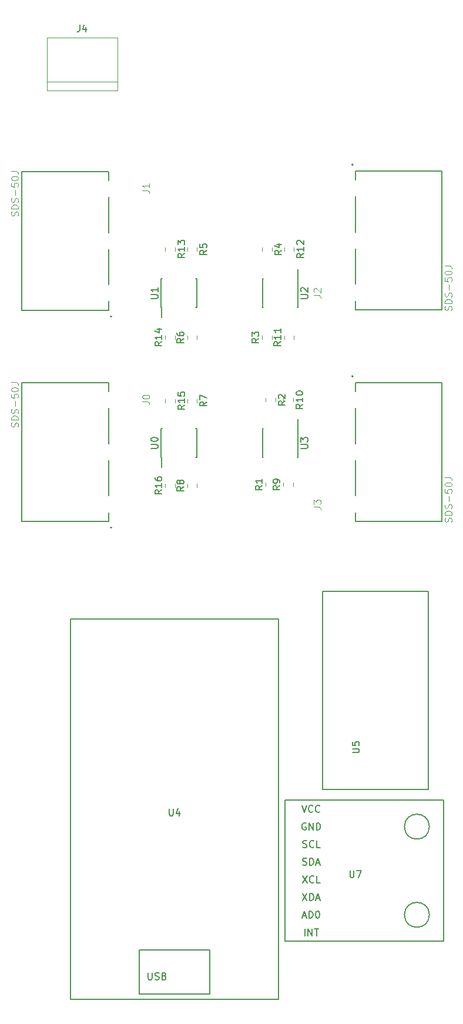
<source format=gbr>
G04 #@! TF.GenerationSoftware,KiCad,Pcbnew,5.0.0-fee4fd1~66~ubuntu18.04.1*
G04 #@! TF.CreationDate,2018-09-21T15:09:39+02:00*
G04 #@! TF.ProjectId,new-joy-board,6E65772D6A6F792D626F6172642E6B69,rev?*
G04 #@! TF.SameCoordinates,Original*
G04 #@! TF.FileFunction,Legend,Top*
G04 #@! TF.FilePolarity,Positive*
%FSLAX46Y46*%
G04 Gerber Fmt 4.6, Leading zero omitted, Abs format (unit mm)*
G04 Created by KiCad (PCBNEW 5.0.0-fee4fd1~66~ubuntu18.04.1) date Fri Sep 21 15:09:39 2018*
%MOMM*%
%LPD*%
G01*
G04 APERTURE LIST*
%ADD10C,0.127000*%
%ADD11C,0.200000*%
%ADD12C,0.150000*%
%ADD13C,0.120000*%
%ADD14C,0.050000*%
G04 APERTURE END LIST*
D10*
G04 #@! TO.C,J2*
X124460000Y-57625000D02*
X136960000Y-57625000D01*
X136960000Y-57625000D02*
X136960000Y-37625000D01*
X136960000Y-37625000D02*
X124460000Y-37625000D01*
D11*
X124160000Y-36725000D02*
G75*
G03X124160000Y-36725000I-100000J0D01*
G01*
D10*
X124460000Y-57625000D02*
X124460000Y-56325000D01*
X124460000Y-53925000D02*
X124460000Y-48825000D01*
X124460000Y-46425000D02*
X124460000Y-41325000D01*
X124460000Y-37625000D02*
X124460000Y-38925000D01*
D12*
G04 #@! TO.C,U4*
X93345000Y-149860000D02*
X93345000Y-156210000D01*
X93345000Y-156210000D02*
X103505000Y-156210000D01*
X103505000Y-156210000D02*
X103505000Y-149860000D01*
X103505000Y-149860000D02*
X93345000Y-149860000D01*
X83425000Y-102165000D02*
X113425000Y-102165000D01*
X83425000Y-156915000D02*
X113425000Y-156915000D01*
X83425000Y-102165000D02*
X83425000Y-156915000D01*
X113425000Y-102165000D02*
X113425000Y-156915000D01*
D10*
G04 #@! TO.C,J0*
X88900000Y-68105000D02*
X76400000Y-68105000D01*
X76400000Y-68105000D02*
X76400000Y-88105000D01*
X76400000Y-88105000D02*
X88900000Y-88105000D01*
D11*
X89400000Y-89005000D02*
G75*
G03X89400000Y-89005000I-100000J0D01*
G01*
D10*
X88900000Y-68105000D02*
X88900000Y-69405000D01*
X88900000Y-71805000D02*
X88900000Y-76905000D01*
X88900000Y-79305000D02*
X88900000Y-84405000D01*
X88900000Y-88105000D02*
X88900000Y-86805000D01*
G04 #@! TO.C,J1*
X88900000Y-57705000D02*
X88900000Y-56405000D01*
X88900000Y-48905000D02*
X88900000Y-54005000D01*
X88900000Y-41405000D02*
X88900000Y-46505000D01*
X88900000Y-37705000D02*
X88900000Y-39005000D01*
D11*
X89400000Y-58605000D02*
G75*
G03X89400000Y-58605000I-100000J0D01*
G01*
D10*
X76400000Y-57705000D02*
X88900000Y-57705000D01*
X76400000Y-37705000D02*
X76400000Y-57705000D01*
X88900000Y-37705000D02*
X76400000Y-37705000D01*
G04 #@! TO.C,J3*
X124460000Y-88105000D02*
X136960000Y-88105000D01*
X136960000Y-88105000D02*
X136960000Y-68105000D01*
X136960000Y-68105000D02*
X124460000Y-68105000D01*
D11*
X124160000Y-67205000D02*
G75*
G03X124160000Y-67205000I-100000J0D01*
G01*
D10*
X124460000Y-88105000D02*
X124460000Y-86805000D01*
X124460000Y-84405000D02*
X124460000Y-79305000D01*
X124460000Y-76905000D02*
X124460000Y-71805000D01*
X124460000Y-68105000D02*
X124460000Y-69405000D01*
D12*
G04 #@! TO.C,U7*
X135146051Y-144780000D02*
G75*
G03X135146051Y-144780000I-1796051J0D01*
G01*
X135146051Y-132080000D02*
G75*
G03X135146051Y-132080000I-1796051J0D01*
G01*
X137160000Y-128270000D02*
X114300000Y-128270000D01*
X137160000Y-148590000D02*
X137160000Y-128270000D01*
X114300000Y-148590000D02*
X137160000Y-148590000D01*
X114300000Y-128270000D02*
X114300000Y-148590000D01*
D13*
G04 #@! TO.C,J4*
X90170000Y-24765000D02*
X80010000Y-24765000D01*
X90170000Y-26035000D02*
X90170000Y-18415000D01*
X90170000Y-18415000D02*
X80010000Y-18415000D01*
X80010000Y-18415000D02*
X80010000Y-26035000D01*
X80010000Y-26035000D02*
X90170000Y-26035000D01*
D12*
G04 #@! TO.C,U0*
X96485000Y-78910000D02*
X96535000Y-78910000D01*
X96485000Y-74760000D02*
X96630000Y-74760000D01*
X101635000Y-74760000D02*
X101490000Y-74760000D01*
X101635000Y-78910000D02*
X101490000Y-78910000D01*
X96485000Y-78910000D02*
X96485000Y-74760000D01*
X101635000Y-78910000D02*
X101635000Y-74760000D01*
X96535000Y-78910000D02*
X96535000Y-80310000D01*
G04 #@! TO.C,U1*
X96535000Y-57320000D02*
X96535000Y-58720000D01*
X101635000Y-57320000D02*
X101635000Y-53170000D01*
X96485000Y-57320000D02*
X96485000Y-53170000D01*
X101635000Y-57320000D02*
X101490000Y-57320000D01*
X101635000Y-53170000D02*
X101490000Y-53170000D01*
X96485000Y-53170000D02*
X96630000Y-53170000D01*
X96485000Y-57320000D02*
X96535000Y-57320000D01*
G04 #@! TO.C,U2*
X116240000Y-53170000D02*
X116190000Y-53170000D01*
X116240000Y-57320000D02*
X116095000Y-57320000D01*
X111090000Y-57320000D02*
X111235000Y-57320000D01*
X111090000Y-53170000D02*
X111235000Y-53170000D01*
X116240000Y-53170000D02*
X116240000Y-57320000D01*
X111090000Y-53170000D02*
X111090000Y-57320000D01*
X116190000Y-53170000D02*
X116190000Y-51770000D01*
G04 #@! TO.C,U3*
X116190000Y-74760000D02*
X116190000Y-73360000D01*
X111090000Y-74760000D02*
X111090000Y-78910000D01*
X116240000Y-74760000D02*
X116240000Y-78910000D01*
X111090000Y-74760000D02*
X111235000Y-74760000D01*
X111090000Y-78910000D02*
X111235000Y-78910000D01*
X116240000Y-78910000D02*
X116095000Y-78910000D01*
X116240000Y-74760000D02*
X116190000Y-74760000D01*
D13*
G04 #@! TO.C,R1*
X112978000Y-83056252D02*
X112978000Y-82533748D01*
X111558000Y-83056252D02*
X111558000Y-82533748D01*
G04 #@! TO.C,R2*
X111558000Y-70359748D02*
X111558000Y-70882252D01*
X112978000Y-70359748D02*
X112978000Y-70882252D01*
G04 #@! TO.C,R3*
X112470000Y-61856252D02*
X112470000Y-61333748D01*
X111050000Y-61856252D02*
X111050000Y-61333748D01*
G04 #@! TO.C,R4*
X112470000Y-48633748D02*
X112470000Y-49156252D01*
X111050000Y-48633748D02*
X111050000Y-49156252D01*
G04 #@! TO.C,R5*
X100255000Y-48633748D02*
X100255000Y-49156252D01*
X101675000Y-48633748D02*
X101675000Y-49156252D01*
G04 #@! TO.C,R6*
X101675000Y-61856252D02*
X101675000Y-61333748D01*
X100255000Y-61856252D02*
X100255000Y-61333748D01*
G04 #@! TO.C,R7*
X101675000Y-70468748D02*
X101675000Y-70991252D01*
X100255000Y-70468748D02*
X100255000Y-70991252D01*
G04 #@! TO.C,R8*
X100255000Y-83201252D02*
X100255000Y-82678748D01*
X101675000Y-83201252D02*
X101675000Y-82678748D01*
G04 #@! TO.C,R9*
X115518000Y-83074252D02*
X115518000Y-82551748D01*
X114098000Y-83074252D02*
X114098000Y-82551748D01*
G04 #@! TO.C,R10*
X115518000Y-70350748D02*
X115518000Y-70873252D01*
X114098000Y-70350748D02*
X114098000Y-70873252D01*
G04 #@! TO.C,R11*
X114225000Y-61856252D02*
X114225000Y-61333748D01*
X115645000Y-61856252D02*
X115645000Y-61333748D01*
G04 #@! TO.C,R12*
X115645000Y-48633748D02*
X115645000Y-49156252D01*
X114225000Y-48633748D02*
X114225000Y-49156252D01*
G04 #@! TO.C,R13*
X98500000Y-48633748D02*
X98500000Y-49156252D01*
X97080000Y-48633748D02*
X97080000Y-49156252D01*
G04 #@! TO.C,R14*
X97080000Y-61856252D02*
X97080000Y-61333748D01*
X98500000Y-61856252D02*
X98500000Y-61333748D01*
G04 #@! TO.C,R15*
X97080000Y-70468748D02*
X97080000Y-70991252D01*
X98500000Y-70468748D02*
X98500000Y-70991252D01*
G04 #@! TO.C,R16*
X98500000Y-83201252D02*
X98500000Y-82678748D01*
X97080000Y-83201252D02*
X97080000Y-82678748D01*
D12*
G04 #@! TO.C,U5*
X119785000Y-126730000D02*
X134985000Y-126730000D01*
X134985000Y-126730000D02*
X134985000Y-98230000D01*
X134985000Y-98230000D02*
X119785000Y-98230000D01*
X119785000Y-98230000D02*
X119785000Y-126730000D01*
G04 #@! TO.C,J2*
D14*
X118472955Y-55524200D02*
X119187770Y-55524200D01*
X119330732Y-55571854D01*
X119426041Y-55667162D01*
X119473695Y-55810125D01*
X119473695Y-55905434D01*
X118568264Y-55095311D02*
X118520610Y-55047657D01*
X118472955Y-54952348D01*
X118472955Y-54714077D01*
X118520610Y-54618768D01*
X118568264Y-54571114D01*
X118663572Y-54523460D01*
X118758881Y-54523460D01*
X118901844Y-54571114D01*
X119473695Y-55142965D01*
X119473695Y-54523460D01*
X138324681Y-57689665D02*
X138372420Y-57546448D01*
X138372420Y-57307753D01*
X138324681Y-57212275D01*
X138276942Y-57164536D01*
X138181464Y-57116797D01*
X138085986Y-57116797D01*
X137990508Y-57164536D01*
X137942769Y-57212275D01*
X137895030Y-57307753D01*
X137847291Y-57498709D01*
X137799552Y-57594187D01*
X137751813Y-57641926D01*
X137656335Y-57689665D01*
X137560857Y-57689665D01*
X137465379Y-57641926D01*
X137417640Y-57594187D01*
X137369900Y-57498709D01*
X137369900Y-57260014D01*
X137417640Y-57116797D01*
X138372420Y-56687145D02*
X137369900Y-56687145D01*
X137369900Y-56448450D01*
X137417640Y-56305233D01*
X137513118Y-56209755D01*
X137608596Y-56162016D01*
X137799552Y-56114277D01*
X137942769Y-56114277D01*
X138133725Y-56162016D01*
X138229203Y-56209755D01*
X138324681Y-56305233D01*
X138372420Y-56448450D01*
X138372420Y-56687145D01*
X138324681Y-55732364D02*
X138372420Y-55589147D01*
X138372420Y-55350452D01*
X138324681Y-55254974D01*
X138276942Y-55207235D01*
X138181464Y-55159496D01*
X138085986Y-55159496D01*
X137990508Y-55207235D01*
X137942769Y-55254974D01*
X137895030Y-55350452D01*
X137847291Y-55541408D01*
X137799552Y-55636886D01*
X137751813Y-55684625D01*
X137656335Y-55732364D01*
X137560857Y-55732364D01*
X137465379Y-55684625D01*
X137417640Y-55636886D01*
X137369900Y-55541408D01*
X137369900Y-55302713D01*
X137417640Y-55159496D01*
X137990508Y-54729844D02*
X137990508Y-53966020D01*
X137369900Y-53011239D02*
X137369900Y-53488629D01*
X137847291Y-53536368D01*
X137799552Y-53488629D01*
X137751813Y-53393151D01*
X137751813Y-53154456D01*
X137799552Y-53058978D01*
X137847291Y-53011239D01*
X137942769Y-52963500D01*
X138181464Y-52963500D01*
X138276942Y-53011239D01*
X138324681Y-53058978D01*
X138372420Y-53154456D01*
X138372420Y-53393151D01*
X138324681Y-53488629D01*
X138276942Y-53536368D01*
X137369900Y-52342892D02*
X137369900Y-52247414D01*
X137417640Y-52151936D01*
X137465379Y-52104197D01*
X137560857Y-52056458D01*
X137751813Y-52008719D01*
X137990508Y-52008719D01*
X138181464Y-52056458D01*
X138276942Y-52104197D01*
X138324681Y-52151936D01*
X138372420Y-52247414D01*
X138372420Y-52342892D01*
X138324681Y-52438370D01*
X138276942Y-52486109D01*
X138181464Y-52533848D01*
X137990508Y-52581587D01*
X137751813Y-52581587D01*
X137560857Y-52533848D01*
X137465379Y-52486109D01*
X137417640Y-52438370D01*
X137369900Y-52342892D01*
X137369900Y-51292633D02*
X138085986Y-51292633D01*
X138229203Y-51340372D01*
X138324681Y-51435850D01*
X138372420Y-51579067D01*
X138372420Y-51674545D01*
G04 #@! TO.C,U4*
D12*
X97663095Y-129492380D02*
X97663095Y-130301904D01*
X97710714Y-130397142D01*
X97758333Y-130444761D01*
X97853571Y-130492380D01*
X98044047Y-130492380D01*
X98139285Y-130444761D01*
X98186904Y-130397142D01*
X98234523Y-130301904D01*
X98234523Y-129492380D01*
X99139285Y-129825714D02*
X99139285Y-130492380D01*
X98901190Y-129444761D02*
X98663095Y-130159047D01*
X99282142Y-130159047D01*
X94623095Y-153122380D02*
X94623095Y-153931904D01*
X94670714Y-154027142D01*
X94718333Y-154074761D01*
X94813571Y-154122380D01*
X95004047Y-154122380D01*
X95099285Y-154074761D01*
X95146904Y-154027142D01*
X95194523Y-153931904D01*
X95194523Y-153122380D01*
X95623095Y-154074761D02*
X95765952Y-154122380D01*
X96004047Y-154122380D01*
X96099285Y-154074761D01*
X96146904Y-154027142D01*
X96194523Y-153931904D01*
X96194523Y-153836666D01*
X96146904Y-153741428D01*
X96099285Y-153693809D01*
X96004047Y-153646190D01*
X95813571Y-153598571D01*
X95718333Y-153550952D01*
X95670714Y-153503333D01*
X95623095Y-153408095D01*
X95623095Y-153312857D01*
X95670714Y-153217619D01*
X95718333Y-153170000D01*
X95813571Y-153122380D01*
X96051666Y-153122380D01*
X96194523Y-153170000D01*
X96956428Y-153598571D02*
X97099285Y-153646190D01*
X97146904Y-153693809D01*
X97194523Y-153789047D01*
X97194523Y-153931904D01*
X97146904Y-154027142D01*
X97099285Y-154074761D01*
X97004047Y-154122380D01*
X96623095Y-154122380D01*
X96623095Y-153122380D01*
X96956428Y-153122380D01*
X97051666Y-153170000D01*
X97099285Y-153217619D01*
X97146904Y-153312857D01*
X97146904Y-153408095D01*
X97099285Y-153503333D01*
X97051666Y-153550952D01*
X96956428Y-153598571D01*
X96623095Y-153598571D01*
G04 #@! TO.C,J0*
D14*
X93790995Y-70872960D02*
X94505810Y-70872960D01*
X94648772Y-70920614D01*
X94744081Y-71015922D01*
X94791735Y-71158885D01*
X94791735Y-71254194D01*
X93790995Y-70205800D02*
X93790995Y-70110491D01*
X93838650Y-70015182D01*
X93886304Y-69967528D01*
X93981612Y-69919874D01*
X94172230Y-69872220D01*
X94410501Y-69872220D01*
X94601118Y-69919874D01*
X94696427Y-69967528D01*
X94744081Y-70015182D01*
X94791735Y-70110491D01*
X94791735Y-70205800D01*
X94744081Y-70301108D01*
X94696427Y-70348762D01*
X94601118Y-70396417D01*
X94410501Y-70444071D01*
X94172230Y-70444071D01*
X93981612Y-70396417D01*
X93886304Y-70348762D01*
X93838650Y-70301108D01*
X93790995Y-70205800D01*
X75846881Y-74485105D02*
X75894620Y-74341888D01*
X75894620Y-74103193D01*
X75846881Y-74007715D01*
X75799142Y-73959976D01*
X75703664Y-73912237D01*
X75608186Y-73912237D01*
X75512708Y-73959976D01*
X75464969Y-74007715D01*
X75417230Y-74103193D01*
X75369491Y-74294149D01*
X75321752Y-74389627D01*
X75274013Y-74437366D01*
X75178535Y-74485105D01*
X75083057Y-74485105D01*
X74987579Y-74437366D01*
X74939840Y-74389627D01*
X74892100Y-74294149D01*
X74892100Y-74055454D01*
X74939840Y-73912237D01*
X75894620Y-73482585D02*
X74892100Y-73482585D01*
X74892100Y-73243890D01*
X74939840Y-73100673D01*
X75035318Y-73005195D01*
X75130796Y-72957456D01*
X75321752Y-72909717D01*
X75464969Y-72909717D01*
X75655925Y-72957456D01*
X75751403Y-73005195D01*
X75846881Y-73100673D01*
X75894620Y-73243890D01*
X75894620Y-73482585D01*
X75846881Y-72527804D02*
X75894620Y-72384587D01*
X75894620Y-72145892D01*
X75846881Y-72050414D01*
X75799142Y-72002675D01*
X75703664Y-71954936D01*
X75608186Y-71954936D01*
X75512708Y-72002675D01*
X75464969Y-72050414D01*
X75417230Y-72145892D01*
X75369491Y-72336848D01*
X75321752Y-72432326D01*
X75274013Y-72480065D01*
X75178535Y-72527804D01*
X75083057Y-72527804D01*
X74987579Y-72480065D01*
X74939840Y-72432326D01*
X74892100Y-72336848D01*
X74892100Y-72098153D01*
X74939840Y-71954936D01*
X75512708Y-71525284D02*
X75512708Y-70761460D01*
X74892100Y-69806679D02*
X74892100Y-70284069D01*
X75369491Y-70331808D01*
X75321752Y-70284069D01*
X75274013Y-70188591D01*
X75274013Y-69949896D01*
X75321752Y-69854418D01*
X75369491Y-69806679D01*
X75464969Y-69758940D01*
X75703664Y-69758940D01*
X75799142Y-69806679D01*
X75846881Y-69854418D01*
X75894620Y-69949896D01*
X75894620Y-70188591D01*
X75846881Y-70284069D01*
X75799142Y-70331808D01*
X74892100Y-69138332D02*
X74892100Y-69042854D01*
X74939840Y-68947376D01*
X74987579Y-68899637D01*
X75083057Y-68851898D01*
X75274013Y-68804159D01*
X75512708Y-68804159D01*
X75703664Y-68851898D01*
X75799142Y-68899637D01*
X75846881Y-68947376D01*
X75894620Y-69042854D01*
X75894620Y-69138332D01*
X75846881Y-69233810D01*
X75799142Y-69281549D01*
X75703664Y-69329288D01*
X75512708Y-69377027D01*
X75274013Y-69377027D01*
X75083057Y-69329288D01*
X74987579Y-69281549D01*
X74939840Y-69233810D01*
X74892100Y-69138332D01*
X74892100Y-68088073D02*
X75608186Y-68088073D01*
X75751403Y-68135812D01*
X75846881Y-68231290D01*
X75894620Y-68374507D01*
X75894620Y-68469985D01*
G04 #@! TO.C,J1*
X93790995Y-40472960D02*
X94505810Y-40472960D01*
X94648772Y-40520614D01*
X94744081Y-40615922D01*
X94791735Y-40758885D01*
X94791735Y-40854194D01*
X94791735Y-39472220D02*
X94791735Y-40044071D01*
X94791735Y-39758145D02*
X93790995Y-39758145D01*
X93933958Y-39853454D01*
X94029267Y-39948762D01*
X94076921Y-40044071D01*
X75846881Y-44085105D02*
X75894620Y-43941888D01*
X75894620Y-43703193D01*
X75846881Y-43607715D01*
X75799142Y-43559976D01*
X75703664Y-43512237D01*
X75608186Y-43512237D01*
X75512708Y-43559976D01*
X75464969Y-43607715D01*
X75417230Y-43703193D01*
X75369491Y-43894149D01*
X75321752Y-43989627D01*
X75274013Y-44037366D01*
X75178535Y-44085105D01*
X75083057Y-44085105D01*
X74987579Y-44037366D01*
X74939840Y-43989627D01*
X74892100Y-43894149D01*
X74892100Y-43655454D01*
X74939840Y-43512237D01*
X75894620Y-43082585D02*
X74892100Y-43082585D01*
X74892100Y-42843890D01*
X74939840Y-42700673D01*
X75035318Y-42605195D01*
X75130796Y-42557456D01*
X75321752Y-42509717D01*
X75464969Y-42509717D01*
X75655925Y-42557456D01*
X75751403Y-42605195D01*
X75846881Y-42700673D01*
X75894620Y-42843890D01*
X75894620Y-43082585D01*
X75846881Y-42127804D02*
X75894620Y-41984587D01*
X75894620Y-41745892D01*
X75846881Y-41650414D01*
X75799142Y-41602675D01*
X75703664Y-41554936D01*
X75608186Y-41554936D01*
X75512708Y-41602675D01*
X75464969Y-41650414D01*
X75417230Y-41745892D01*
X75369491Y-41936848D01*
X75321752Y-42032326D01*
X75274013Y-42080065D01*
X75178535Y-42127804D01*
X75083057Y-42127804D01*
X74987579Y-42080065D01*
X74939840Y-42032326D01*
X74892100Y-41936848D01*
X74892100Y-41698153D01*
X74939840Y-41554936D01*
X75512708Y-41125284D02*
X75512708Y-40361460D01*
X74892100Y-39406679D02*
X74892100Y-39884069D01*
X75369491Y-39931808D01*
X75321752Y-39884069D01*
X75274013Y-39788591D01*
X75274013Y-39549896D01*
X75321752Y-39454418D01*
X75369491Y-39406679D01*
X75464969Y-39358940D01*
X75703664Y-39358940D01*
X75799142Y-39406679D01*
X75846881Y-39454418D01*
X75894620Y-39549896D01*
X75894620Y-39788591D01*
X75846881Y-39884069D01*
X75799142Y-39931808D01*
X74892100Y-38738332D02*
X74892100Y-38642854D01*
X74939840Y-38547376D01*
X74987579Y-38499637D01*
X75083057Y-38451898D01*
X75274013Y-38404159D01*
X75512708Y-38404159D01*
X75703664Y-38451898D01*
X75799142Y-38499637D01*
X75846881Y-38547376D01*
X75894620Y-38642854D01*
X75894620Y-38738332D01*
X75846881Y-38833810D01*
X75799142Y-38881549D01*
X75703664Y-38929288D01*
X75512708Y-38977027D01*
X75274013Y-38977027D01*
X75083057Y-38929288D01*
X74987579Y-38881549D01*
X74939840Y-38833810D01*
X74892100Y-38738332D01*
X74892100Y-37688073D02*
X75608186Y-37688073D01*
X75751403Y-37735812D01*
X75846881Y-37831290D01*
X75894620Y-37974507D01*
X75894620Y-38069985D01*
G04 #@! TO.C,J3*
X118472955Y-86004200D02*
X119187770Y-86004200D01*
X119330732Y-86051854D01*
X119426041Y-86147162D01*
X119473695Y-86290125D01*
X119473695Y-86385434D01*
X118472955Y-85622965D02*
X118472955Y-85003460D01*
X118854190Y-85337040D01*
X118854190Y-85194077D01*
X118901844Y-85098768D01*
X118949498Y-85051114D01*
X119044807Y-85003460D01*
X119283078Y-85003460D01*
X119378387Y-85051114D01*
X119426041Y-85098768D01*
X119473695Y-85194077D01*
X119473695Y-85480002D01*
X119426041Y-85575311D01*
X119378387Y-85622965D01*
X138324681Y-88169665D02*
X138372420Y-88026448D01*
X138372420Y-87787753D01*
X138324681Y-87692275D01*
X138276942Y-87644536D01*
X138181464Y-87596797D01*
X138085986Y-87596797D01*
X137990508Y-87644536D01*
X137942769Y-87692275D01*
X137895030Y-87787753D01*
X137847291Y-87978709D01*
X137799552Y-88074187D01*
X137751813Y-88121926D01*
X137656335Y-88169665D01*
X137560857Y-88169665D01*
X137465379Y-88121926D01*
X137417640Y-88074187D01*
X137369900Y-87978709D01*
X137369900Y-87740014D01*
X137417640Y-87596797D01*
X138372420Y-87167145D02*
X137369900Y-87167145D01*
X137369900Y-86928450D01*
X137417640Y-86785233D01*
X137513118Y-86689755D01*
X137608596Y-86642016D01*
X137799552Y-86594277D01*
X137942769Y-86594277D01*
X138133725Y-86642016D01*
X138229203Y-86689755D01*
X138324681Y-86785233D01*
X138372420Y-86928450D01*
X138372420Y-87167145D01*
X138324681Y-86212364D02*
X138372420Y-86069147D01*
X138372420Y-85830452D01*
X138324681Y-85734974D01*
X138276942Y-85687235D01*
X138181464Y-85639496D01*
X138085986Y-85639496D01*
X137990508Y-85687235D01*
X137942769Y-85734974D01*
X137895030Y-85830452D01*
X137847291Y-86021408D01*
X137799552Y-86116886D01*
X137751813Y-86164625D01*
X137656335Y-86212364D01*
X137560857Y-86212364D01*
X137465379Y-86164625D01*
X137417640Y-86116886D01*
X137369900Y-86021408D01*
X137369900Y-85782713D01*
X137417640Y-85639496D01*
X137990508Y-85209844D02*
X137990508Y-84446020D01*
X137369900Y-83491239D02*
X137369900Y-83968629D01*
X137847291Y-84016368D01*
X137799552Y-83968629D01*
X137751813Y-83873151D01*
X137751813Y-83634456D01*
X137799552Y-83538978D01*
X137847291Y-83491239D01*
X137942769Y-83443500D01*
X138181464Y-83443500D01*
X138276942Y-83491239D01*
X138324681Y-83538978D01*
X138372420Y-83634456D01*
X138372420Y-83873151D01*
X138324681Y-83968629D01*
X138276942Y-84016368D01*
X137369900Y-82822892D02*
X137369900Y-82727414D01*
X137417640Y-82631936D01*
X137465379Y-82584197D01*
X137560857Y-82536458D01*
X137751813Y-82488719D01*
X137990508Y-82488719D01*
X138181464Y-82536458D01*
X138276942Y-82584197D01*
X138324681Y-82631936D01*
X138372420Y-82727414D01*
X138372420Y-82822892D01*
X138324681Y-82918370D01*
X138276942Y-82966109D01*
X138181464Y-83013848D01*
X137990508Y-83061587D01*
X137751813Y-83061587D01*
X137560857Y-83013848D01*
X137465379Y-82966109D01*
X137417640Y-82918370D01*
X137369900Y-82822892D01*
X137369900Y-81772633D02*
X138085986Y-81772633D01*
X138229203Y-81820372D01*
X138324681Y-81915850D01*
X138372420Y-82059067D01*
X138372420Y-82154545D01*
G04 #@! TO.C,U7*
D12*
X123698095Y-138382380D02*
X123698095Y-139191904D01*
X123745714Y-139287142D01*
X123793333Y-139334761D01*
X123888571Y-139382380D01*
X124079047Y-139382380D01*
X124174285Y-139334761D01*
X124221904Y-139287142D01*
X124269523Y-139191904D01*
X124269523Y-138382380D01*
X124650476Y-138382380D02*
X125317142Y-138382380D01*
X124888571Y-139382380D01*
X117205238Y-147772380D02*
X117205238Y-146772380D01*
X117681428Y-147772380D02*
X117681428Y-146772380D01*
X118252857Y-147772380D01*
X118252857Y-146772380D01*
X118586190Y-146772380D02*
X119157619Y-146772380D01*
X118871904Y-147772380D02*
X118871904Y-146772380D01*
X116895714Y-144946666D02*
X117371904Y-144946666D01*
X116800476Y-145232380D02*
X117133809Y-144232380D01*
X117467142Y-145232380D01*
X117800476Y-145232380D02*
X117800476Y-144232380D01*
X118038571Y-144232380D01*
X118181428Y-144280000D01*
X118276666Y-144375238D01*
X118324285Y-144470476D01*
X118371904Y-144660952D01*
X118371904Y-144803809D01*
X118324285Y-144994285D01*
X118276666Y-145089523D01*
X118181428Y-145184761D01*
X118038571Y-145232380D01*
X117800476Y-145232380D01*
X118990952Y-144232380D02*
X119086190Y-144232380D01*
X119181428Y-144280000D01*
X119229047Y-144327619D01*
X119276666Y-144422857D01*
X119324285Y-144613333D01*
X119324285Y-144851428D01*
X119276666Y-145041904D01*
X119229047Y-145137142D01*
X119181428Y-145184761D01*
X119086190Y-145232380D01*
X118990952Y-145232380D01*
X118895714Y-145184761D01*
X118848095Y-145137142D01*
X118800476Y-145041904D01*
X118752857Y-144851428D01*
X118752857Y-144613333D01*
X118800476Y-144422857D01*
X118848095Y-144327619D01*
X118895714Y-144280000D01*
X118990952Y-144232380D01*
X116848095Y-141692380D02*
X117514761Y-142692380D01*
X117514761Y-141692380D02*
X116848095Y-142692380D01*
X117895714Y-142692380D02*
X117895714Y-141692380D01*
X118133809Y-141692380D01*
X118276666Y-141740000D01*
X118371904Y-141835238D01*
X118419523Y-141930476D01*
X118467142Y-142120952D01*
X118467142Y-142263809D01*
X118419523Y-142454285D01*
X118371904Y-142549523D01*
X118276666Y-142644761D01*
X118133809Y-142692380D01*
X117895714Y-142692380D01*
X118848095Y-142406666D02*
X119324285Y-142406666D01*
X118752857Y-142692380D02*
X119086190Y-141692380D01*
X119419523Y-142692380D01*
X116871904Y-139152380D02*
X117538571Y-140152380D01*
X117538571Y-139152380D02*
X116871904Y-140152380D01*
X118490952Y-140057142D02*
X118443333Y-140104761D01*
X118300476Y-140152380D01*
X118205238Y-140152380D01*
X118062380Y-140104761D01*
X117967142Y-140009523D01*
X117919523Y-139914285D01*
X117871904Y-139723809D01*
X117871904Y-139580952D01*
X117919523Y-139390476D01*
X117967142Y-139295238D01*
X118062380Y-139200000D01*
X118205238Y-139152380D01*
X118300476Y-139152380D01*
X118443333Y-139200000D01*
X118490952Y-139247619D01*
X119395714Y-140152380D02*
X118919523Y-140152380D01*
X118919523Y-139152380D01*
X116895714Y-137564761D02*
X117038571Y-137612380D01*
X117276666Y-137612380D01*
X117371904Y-137564761D01*
X117419523Y-137517142D01*
X117467142Y-137421904D01*
X117467142Y-137326666D01*
X117419523Y-137231428D01*
X117371904Y-137183809D01*
X117276666Y-137136190D01*
X117086190Y-137088571D01*
X116990952Y-137040952D01*
X116943333Y-136993333D01*
X116895714Y-136898095D01*
X116895714Y-136802857D01*
X116943333Y-136707619D01*
X116990952Y-136660000D01*
X117086190Y-136612380D01*
X117324285Y-136612380D01*
X117467142Y-136660000D01*
X117895714Y-137612380D02*
X117895714Y-136612380D01*
X118133809Y-136612380D01*
X118276666Y-136660000D01*
X118371904Y-136755238D01*
X118419523Y-136850476D01*
X118467142Y-137040952D01*
X118467142Y-137183809D01*
X118419523Y-137374285D01*
X118371904Y-137469523D01*
X118276666Y-137564761D01*
X118133809Y-137612380D01*
X117895714Y-137612380D01*
X118848095Y-137326666D02*
X119324285Y-137326666D01*
X118752857Y-137612380D02*
X119086190Y-136612380D01*
X119419523Y-137612380D01*
X116919523Y-135024761D02*
X117062380Y-135072380D01*
X117300476Y-135072380D01*
X117395714Y-135024761D01*
X117443333Y-134977142D01*
X117490952Y-134881904D01*
X117490952Y-134786666D01*
X117443333Y-134691428D01*
X117395714Y-134643809D01*
X117300476Y-134596190D01*
X117110000Y-134548571D01*
X117014761Y-134500952D01*
X116967142Y-134453333D01*
X116919523Y-134358095D01*
X116919523Y-134262857D01*
X116967142Y-134167619D01*
X117014761Y-134120000D01*
X117110000Y-134072380D01*
X117348095Y-134072380D01*
X117490952Y-134120000D01*
X118490952Y-134977142D02*
X118443333Y-135024761D01*
X118300476Y-135072380D01*
X118205238Y-135072380D01*
X118062380Y-135024761D01*
X117967142Y-134929523D01*
X117919523Y-134834285D01*
X117871904Y-134643809D01*
X117871904Y-134500952D01*
X117919523Y-134310476D01*
X117967142Y-134215238D01*
X118062380Y-134120000D01*
X118205238Y-134072380D01*
X118300476Y-134072380D01*
X118443333Y-134120000D01*
X118490952Y-134167619D01*
X119395714Y-135072380D02*
X118919523Y-135072380D01*
X118919523Y-134072380D01*
X117348095Y-131580000D02*
X117252857Y-131532380D01*
X117110000Y-131532380D01*
X116967142Y-131580000D01*
X116871904Y-131675238D01*
X116824285Y-131770476D01*
X116776666Y-131960952D01*
X116776666Y-132103809D01*
X116824285Y-132294285D01*
X116871904Y-132389523D01*
X116967142Y-132484761D01*
X117110000Y-132532380D01*
X117205238Y-132532380D01*
X117348095Y-132484761D01*
X117395714Y-132437142D01*
X117395714Y-132103809D01*
X117205238Y-132103809D01*
X117824285Y-132532380D02*
X117824285Y-131532380D01*
X118395714Y-132532380D01*
X118395714Y-131532380D01*
X118871904Y-132532380D02*
X118871904Y-131532380D01*
X119110000Y-131532380D01*
X119252857Y-131580000D01*
X119348095Y-131675238D01*
X119395714Y-131770476D01*
X119443333Y-131960952D01*
X119443333Y-132103809D01*
X119395714Y-132294285D01*
X119348095Y-132389523D01*
X119252857Y-132484761D01*
X119110000Y-132532380D01*
X118871904Y-132532380D01*
X116776666Y-128992380D02*
X117110000Y-129992380D01*
X117443333Y-128992380D01*
X118348095Y-129897142D02*
X118300476Y-129944761D01*
X118157619Y-129992380D01*
X118062380Y-129992380D01*
X117919523Y-129944761D01*
X117824285Y-129849523D01*
X117776666Y-129754285D01*
X117729047Y-129563809D01*
X117729047Y-129420952D01*
X117776666Y-129230476D01*
X117824285Y-129135238D01*
X117919523Y-129040000D01*
X118062380Y-128992380D01*
X118157619Y-128992380D01*
X118300476Y-129040000D01*
X118348095Y-129087619D01*
X119348095Y-129897142D02*
X119300476Y-129944761D01*
X119157619Y-129992380D01*
X119062380Y-129992380D01*
X118919523Y-129944761D01*
X118824285Y-129849523D01*
X118776666Y-129754285D01*
X118729047Y-129563809D01*
X118729047Y-129420952D01*
X118776666Y-129230476D01*
X118824285Y-129135238D01*
X118919523Y-129040000D01*
X119062380Y-128992380D01*
X119157619Y-128992380D01*
X119300476Y-129040000D01*
X119348095Y-129087619D01*
G04 #@! TO.C,J4*
X84756666Y-16597380D02*
X84756666Y-17311666D01*
X84709047Y-17454523D01*
X84613809Y-17549761D01*
X84470952Y-17597380D01*
X84375714Y-17597380D01*
X85661428Y-16930714D02*
X85661428Y-17597380D01*
X85423333Y-16549761D02*
X85185238Y-17264047D01*
X85804285Y-17264047D01*
G04 #@! TO.C,U0*
X95012380Y-77596904D02*
X95821904Y-77596904D01*
X95917142Y-77549285D01*
X95964761Y-77501666D01*
X96012380Y-77406428D01*
X96012380Y-77215952D01*
X95964761Y-77120714D01*
X95917142Y-77073095D01*
X95821904Y-77025476D01*
X95012380Y-77025476D01*
X95012380Y-76358809D02*
X95012380Y-76263571D01*
X95060000Y-76168333D01*
X95107619Y-76120714D01*
X95202857Y-76073095D01*
X95393333Y-76025476D01*
X95631428Y-76025476D01*
X95821904Y-76073095D01*
X95917142Y-76120714D01*
X95964761Y-76168333D01*
X96012380Y-76263571D01*
X96012380Y-76358809D01*
X95964761Y-76454047D01*
X95917142Y-76501666D01*
X95821904Y-76549285D01*
X95631428Y-76596904D01*
X95393333Y-76596904D01*
X95202857Y-76549285D01*
X95107619Y-76501666D01*
X95060000Y-76454047D01*
X95012380Y-76358809D01*
G04 #@! TO.C,U1*
X95012380Y-56006904D02*
X95821904Y-56006904D01*
X95917142Y-55959285D01*
X95964761Y-55911666D01*
X96012380Y-55816428D01*
X96012380Y-55625952D01*
X95964761Y-55530714D01*
X95917142Y-55483095D01*
X95821904Y-55435476D01*
X95012380Y-55435476D01*
X96012380Y-54435476D02*
X96012380Y-55006904D01*
X96012380Y-54721190D02*
X95012380Y-54721190D01*
X95155238Y-54816428D01*
X95250476Y-54911666D01*
X95298095Y-55006904D01*
G04 #@! TO.C,U2*
X116617380Y-56006904D02*
X117426904Y-56006904D01*
X117522142Y-55959285D01*
X117569761Y-55911666D01*
X117617380Y-55816428D01*
X117617380Y-55625952D01*
X117569761Y-55530714D01*
X117522142Y-55483095D01*
X117426904Y-55435476D01*
X116617380Y-55435476D01*
X116712619Y-55006904D02*
X116665000Y-54959285D01*
X116617380Y-54864047D01*
X116617380Y-54625952D01*
X116665000Y-54530714D01*
X116712619Y-54483095D01*
X116807857Y-54435476D01*
X116903095Y-54435476D01*
X117045952Y-54483095D01*
X117617380Y-55054523D01*
X117617380Y-54435476D01*
G04 #@! TO.C,U3*
X116617380Y-77596904D02*
X117426904Y-77596904D01*
X117522142Y-77549285D01*
X117569761Y-77501666D01*
X117617380Y-77406428D01*
X117617380Y-77215952D01*
X117569761Y-77120714D01*
X117522142Y-77073095D01*
X117426904Y-77025476D01*
X116617380Y-77025476D01*
X116617380Y-76644523D02*
X116617380Y-76025476D01*
X116998333Y-76358809D01*
X116998333Y-76215952D01*
X117045952Y-76120714D01*
X117093571Y-76073095D01*
X117188809Y-76025476D01*
X117426904Y-76025476D01*
X117522142Y-76073095D01*
X117569761Y-76120714D01*
X117617380Y-76215952D01*
X117617380Y-76501666D01*
X117569761Y-76596904D01*
X117522142Y-76644523D01*
G04 #@! TO.C,R1*
X111070380Y-82961666D02*
X110594190Y-83295000D01*
X111070380Y-83533095D02*
X110070380Y-83533095D01*
X110070380Y-83152142D01*
X110118000Y-83056904D01*
X110165619Y-83009285D01*
X110260857Y-82961666D01*
X110403714Y-82961666D01*
X110498952Y-83009285D01*
X110546571Y-83056904D01*
X110594190Y-83152142D01*
X110594190Y-83533095D01*
X111070380Y-82009285D02*
X111070380Y-82580714D01*
X111070380Y-82295000D02*
X110070380Y-82295000D01*
X110213238Y-82390238D01*
X110308476Y-82485476D01*
X110356095Y-82580714D01*
G04 #@! TO.C,R2*
X114370380Y-70787666D02*
X113894190Y-71121000D01*
X114370380Y-71359095D02*
X113370380Y-71359095D01*
X113370380Y-70978142D01*
X113418000Y-70882904D01*
X113465619Y-70835285D01*
X113560857Y-70787666D01*
X113703714Y-70787666D01*
X113798952Y-70835285D01*
X113846571Y-70882904D01*
X113894190Y-70978142D01*
X113894190Y-71359095D01*
X113465619Y-70406714D02*
X113418000Y-70359095D01*
X113370380Y-70263857D01*
X113370380Y-70025761D01*
X113418000Y-69930523D01*
X113465619Y-69882904D01*
X113560857Y-69835285D01*
X113656095Y-69835285D01*
X113798952Y-69882904D01*
X114370380Y-70454333D01*
X114370380Y-69835285D01*
G04 #@! TO.C,R3*
X110562380Y-61761666D02*
X110086190Y-62095000D01*
X110562380Y-62333095D02*
X109562380Y-62333095D01*
X109562380Y-61952142D01*
X109610000Y-61856904D01*
X109657619Y-61809285D01*
X109752857Y-61761666D01*
X109895714Y-61761666D01*
X109990952Y-61809285D01*
X110038571Y-61856904D01*
X110086190Y-61952142D01*
X110086190Y-62333095D01*
X109562380Y-61428333D02*
X109562380Y-60809285D01*
X109943333Y-61142619D01*
X109943333Y-60999761D01*
X109990952Y-60904523D01*
X110038571Y-60856904D01*
X110133809Y-60809285D01*
X110371904Y-60809285D01*
X110467142Y-60856904D01*
X110514761Y-60904523D01*
X110562380Y-60999761D01*
X110562380Y-61285476D01*
X110514761Y-61380714D01*
X110467142Y-61428333D01*
G04 #@! TO.C,R4*
X113862380Y-49061666D02*
X113386190Y-49395000D01*
X113862380Y-49633095D02*
X112862380Y-49633095D01*
X112862380Y-49252142D01*
X112910000Y-49156904D01*
X112957619Y-49109285D01*
X113052857Y-49061666D01*
X113195714Y-49061666D01*
X113290952Y-49109285D01*
X113338571Y-49156904D01*
X113386190Y-49252142D01*
X113386190Y-49633095D01*
X113195714Y-48204523D02*
X113862380Y-48204523D01*
X112814761Y-48442619D02*
X113529047Y-48680714D01*
X113529047Y-48061666D01*
G04 #@! TO.C,R5*
X103067380Y-49061666D02*
X102591190Y-49395000D01*
X103067380Y-49633095D02*
X102067380Y-49633095D01*
X102067380Y-49252142D01*
X102115000Y-49156904D01*
X102162619Y-49109285D01*
X102257857Y-49061666D01*
X102400714Y-49061666D01*
X102495952Y-49109285D01*
X102543571Y-49156904D01*
X102591190Y-49252142D01*
X102591190Y-49633095D01*
X102067380Y-48156904D02*
X102067380Y-48633095D01*
X102543571Y-48680714D01*
X102495952Y-48633095D01*
X102448333Y-48537857D01*
X102448333Y-48299761D01*
X102495952Y-48204523D01*
X102543571Y-48156904D01*
X102638809Y-48109285D01*
X102876904Y-48109285D01*
X102972142Y-48156904D01*
X103019761Y-48204523D01*
X103067380Y-48299761D01*
X103067380Y-48537857D01*
X103019761Y-48633095D01*
X102972142Y-48680714D01*
G04 #@! TO.C,R6*
X99767380Y-61761666D02*
X99291190Y-62095000D01*
X99767380Y-62333095D02*
X98767380Y-62333095D01*
X98767380Y-61952142D01*
X98815000Y-61856904D01*
X98862619Y-61809285D01*
X98957857Y-61761666D01*
X99100714Y-61761666D01*
X99195952Y-61809285D01*
X99243571Y-61856904D01*
X99291190Y-61952142D01*
X99291190Y-62333095D01*
X98767380Y-60904523D02*
X98767380Y-61095000D01*
X98815000Y-61190238D01*
X98862619Y-61237857D01*
X99005476Y-61333095D01*
X99195952Y-61380714D01*
X99576904Y-61380714D01*
X99672142Y-61333095D01*
X99719761Y-61285476D01*
X99767380Y-61190238D01*
X99767380Y-60999761D01*
X99719761Y-60904523D01*
X99672142Y-60856904D01*
X99576904Y-60809285D01*
X99338809Y-60809285D01*
X99243571Y-60856904D01*
X99195952Y-60904523D01*
X99148333Y-60999761D01*
X99148333Y-61190238D01*
X99195952Y-61285476D01*
X99243571Y-61333095D01*
X99338809Y-61380714D01*
G04 #@! TO.C,R7*
X103067380Y-70896666D02*
X102591190Y-71230000D01*
X103067380Y-71468095D02*
X102067380Y-71468095D01*
X102067380Y-71087142D01*
X102115000Y-70991904D01*
X102162619Y-70944285D01*
X102257857Y-70896666D01*
X102400714Y-70896666D01*
X102495952Y-70944285D01*
X102543571Y-70991904D01*
X102591190Y-71087142D01*
X102591190Y-71468095D01*
X102067380Y-70563333D02*
X102067380Y-69896666D01*
X103067380Y-70325238D01*
G04 #@! TO.C,R8*
X99767380Y-83106666D02*
X99291190Y-83440000D01*
X99767380Y-83678095D02*
X98767380Y-83678095D01*
X98767380Y-83297142D01*
X98815000Y-83201904D01*
X98862619Y-83154285D01*
X98957857Y-83106666D01*
X99100714Y-83106666D01*
X99195952Y-83154285D01*
X99243571Y-83201904D01*
X99291190Y-83297142D01*
X99291190Y-83678095D01*
X99195952Y-82535238D02*
X99148333Y-82630476D01*
X99100714Y-82678095D01*
X99005476Y-82725714D01*
X98957857Y-82725714D01*
X98862619Y-82678095D01*
X98815000Y-82630476D01*
X98767380Y-82535238D01*
X98767380Y-82344761D01*
X98815000Y-82249523D01*
X98862619Y-82201904D01*
X98957857Y-82154285D01*
X99005476Y-82154285D01*
X99100714Y-82201904D01*
X99148333Y-82249523D01*
X99195952Y-82344761D01*
X99195952Y-82535238D01*
X99243571Y-82630476D01*
X99291190Y-82678095D01*
X99386428Y-82725714D01*
X99576904Y-82725714D01*
X99672142Y-82678095D01*
X99719761Y-82630476D01*
X99767380Y-82535238D01*
X99767380Y-82344761D01*
X99719761Y-82249523D01*
X99672142Y-82201904D01*
X99576904Y-82154285D01*
X99386428Y-82154285D01*
X99291190Y-82201904D01*
X99243571Y-82249523D01*
X99195952Y-82344761D01*
G04 #@! TO.C,R9*
X113610380Y-82979666D02*
X113134190Y-83313000D01*
X113610380Y-83551095D02*
X112610380Y-83551095D01*
X112610380Y-83170142D01*
X112658000Y-83074904D01*
X112705619Y-83027285D01*
X112800857Y-82979666D01*
X112943714Y-82979666D01*
X113038952Y-83027285D01*
X113086571Y-83074904D01*
X113134190Y-83170142D01*
X113134190Y-83551095D01*
X113610380Y-82503476D02*
X113610380Y-82313000D01*
X113562761Y-82217761D01*
X113515142Y-82170142D01*
X113372285Y-82074904D01*
X113181809Y-82027285D01*
X112800857Y-82027285D01*
X112705619Y-82074904D01*
X112658000Y-82122523D01*
X112610380Y-82217761D01*
X112610380Y-82408238D01*
X112658000Y-82503476D01*
X112705619Y-82551095D01*
X112800857Y-82598714D01*
X113038952Y-82598714D01*
X113134190Y-82551095D01*
X113181809Y-82503476D01*
X113229428Y-82408238D01*
X113229428Y-82217761D01*
X113181809Y-82122523D01*
X113134190Y-82074904D01*
X113038952Y-82027285D01*
G04 #@! TO.C,R10*
X116910380Y-71254857D02*
X116434190Y-71588190D01*
X116910380Y-71826285D02*
X115910380Y-71826285D01*
X115910380Y-71445333D01*
X115958000Y-71350095D01*
X116005619Y-71302476D01*
X116100857Y-71254857D01*
X116243714Y-71254857D01*
X116338952Y-71302476D01*
X116386571Y-71350095D01*
X116434190Y-71445333D01*
X116434190Y-71826285D01*
X116910380Y-70302476D02*
X116910380Y-70873904D01*
X116910380Y-70588190D02*
X115910380Y-70588190D01*
X116053238Y-70683428D01*
X116148476Y-70778666D01*
X116196095Y-70873904D01*
X115910380Y-69683428D02*
X115910380Y-69588190D01*
X115958000Y-69492952D01*
X116005619Y-69445333D01*
X116100857Y-69397714D01*
X116291333Y-69350095D01*
X116529428Y-69350095D01*
X116719904Y-69397714D01*
X116815142Y-69445333D01*
X116862761Y-69492952D01*
X116910380Y-69588190D01*
X116910380Y-69683428D01*
X116862761Y-69778666D01*
X116815142Y-69826285D01*
X116719904Y-69873904D01*
X116529428Y-69921523D01*
X116291333Y-69921523D01*
X116100857Y-69873904D01*
X116005619Y-69826285D01*
X115958000Y-69778666D01*
X115910380Y-69683428D01*
G04 #@! TO.C,R11*
X113737380Y-62237857D02*
X113261190Y-62571190D01*
X113737380Y-62809285D02*
X112737380Y-62809285D01*
X112737380Y-62428333D01*
X112785000Y-62333095D01*
X112832619Y-62285476D01*
X112927857Y-62237857D01*
X113070714Y-62237857D01*
X113165952Y-62285476D01*
X113213571Y-62333095D01*
X113261190Y-62428333D01*
X113261190Y-62809285D01*
X113737380Y-61285476D02*
X113737380Y-61856904D01*
X113737380Y-61571190D02*
X112737380Y-61571190D01*
X112880238Y-61666428D01*
X112975476Y-61761666D01*
X113023095Y-61856904D01*
X113737380Y-60333095D02*
X113737380Y-60904523D01*
X113737380Y-60618809D02*
X112737380Y-60618809D01*
X112880238Y-60714047D01*
X112975476Y-60809285D01*
X113023095Y-60904523D01*
G04 #@! TO.C,R12*
X117037380Y-49537857D02*
X116561190Y-49871190D01*
X117037380Y-50109285D02*
X116037380Y-50109285D01*
X116037380Y-49728333D01*
X116085000Y-49633095D01*
X116132619Y-49585476D01*
X116227857Y-49537857D01*
X116370714Y-49537857D01*
X116465952Y-49585476D01*
X116513571Y-49633095D01*
X116561190Y-49728333D01*
X116561190Y-50109285D01*
X117037380Y-48585476D02*
X117037380Y-49156904D01*
X117037380Y-48871190D02*
X116037380Y-48871190D01*
X116180238Y-48966428D01*
X116275476Y-49061666D01*
X116323095Y-49156904D01*
X116132619Y-48204523D02*
X116085000Y-48156904D01*
X116037380Y-48061666D01*
X116037380Y-47823571D01*
X116085000Y-47728333D01*
X116132619Y-47680714D01*
X116227857Y-47633095D01*
X116323095Y-47633095D01*
X116465952Y-47680714D01*
X117037380Y-48252142D01*
X117037380Y-47633095D01*
G04 #@! TO.C,R13*
X99892380Y-49537857D02*
X99416190Y-49871190D01*
X99892380Y-50109285D02*
X98892380Y-50109285D01*
X98892380Y-49728333D01*
X98940000Y-49633095D01*
X98987619Y-49585476D01*
X99082857Y-49537857D01*
X99225714Y-49537857D01*
X99320952Y-49585476D01*
X99368571Y-49633095D01*
X99416190Y-49728333D01*
X99416190Y-50109285D01*
X99892380Y-48585476D02*
X99892380Y-49156904D01*
X99892380Y-48871190D02*
X98892380Y-48871190D01*
X99035238Y-48966428D01*
X99130476Y-49061666D01*
X99178095Y-49156904D01*
X98892380Y-48252142D02*
X98892380Y-47633095D01*
X99273333Y-47966428D01*
X99273333Y-47823571D01*
X99320952Y-47728333D01*
X99368571Y-47680714D01*
X99463809Y-47633095D01*
X99701904Y-47633095D01*
X99797142Y-47680714D01*
X99844761Y-47728333D01*
X99892380Y-47823571D01*
X99892380Y-48109285D01*
X99844761Y-48204523D01*
X99797142Y-48252142D01*
G04 #@! TO.C,R14*
X96592380Y-62237857D02*
X96116190Y-62571190D01*
X96592380Y-62809285D02*
X95592380Y-62809285D01*
X95592380Y-62428333D01*
X95640000Y-62333095D01*
X95687619Y-62285476D01*
X95782857Y-62237857D01*
X95925714Y-62237857D01*
X96020952Y-62285476D01*
X96068571Y-62333095D01*
X96116190Y-62428333D01*
X96116190Y-62809285D01*
X96592380Y-61285476D02*
X96592380Y-61856904D01*
X96592380Y-61571190D02*
X95592380Y-61571190D01*
X95735238Y-61666428D01*
X95830476Y-61761666D01*
X95878095Y-61856904D01*
X95925714Y-60428333D02*
X96592380Y-60428333D01*
X95544761Y-60666428D02*
X96259047Y-60904523D01*
X96259047Y-60285476D01*
G04 #@! TO.C,R15*
X99892380Y-71372857D02*
X99416190Y-71706190D01*
X99892380Y-71944285D02*
X98892380Y-71944285D01*
X98892380Y-71563333D01*
X98940000Y-71468095D01*
X98987619Y-71420476D01*
X99082857Y-71372857D01*
X99225714Y-71372857D01*
X99320952Y-71420476D01*
X99368571Y-71468095D01*
X99416190Y-71563333D01*
X99416190Y-71944285D01*
X99892380Y-70420476D02*
X99892380Y-70991904D01*
X99892380Y-70706190D02*
X98892380Y-70706190D01*
X99035238Y-70801428D01*
X99130476Y-70896666D01*
X99178095Y-70991904D01*
X98892380Y-69515714D02*
X98892380Y-69991904D01*
X99368571Y-70039523D01*
X99320952Y-69991904D01*
X99273333Y-69896666D01*
X99273333Y-69658571D01*
X99320952Y-69563333D01*
X99368571Y-69515714D01*
X99463809Y-69468095D01*
X99701904Y-69468095D01*
X99797142Y-69515714D01*
X99844761Y-69563333D01*
X99892380Y-69658571D01*
X99892380Y-69896666D01*
X99844761Y-69991904D01*
X99797142Y-70039523D01*
G04 #@! TO.C,R16*
X96592380Y-83582857D02*
X96116190Y-83916190D01*
X96592380Y-84154285D02*
X95592380Y-84154285D01*
X95592380Y-83773333D01*
X95640000Y-83678095D01*
X95687619Y-83630476D01*
X95782857Y-83582857D01*
X95925714Y-83582857D01*
X96020952Y-83630476D01*
X96068571Y-83678095D01*
X96116190Y-83773333D01*
X96116190Y-84154285D01*
X96592380Y-82630476D02*
X96592380Y-83201904D01*
X96592380Y-82916190D02*
X95592380Y-82916190D01*
X95735238Y-83011428D01*
X95830476Y-83106666D01*
X95878095Y-83201904D01*
X95592380Y-81773333D02*
X95592380Y-81963809D01*
X95640000Y-82059047D01*
X95687619Y-82106666D01*
X95830476Y-82201904D01*
X96020952Y-82249523D01*
X96401904Y-82249523D01*
X96497142Y-82201904D01*
X96544761Y-82154285D01*
X96592380Y-82059047D01*
X96592380Y-81868571D01*
X96544761Y-81773333D01*
X96497142Y-81725714D01*
X96401904Y-81678095D01*
X96163809Y-81678095D01*
X96068571Y-81725714D01*
X96020952Y-81773333D01*
X95973333Y-81868571D01*
X95973333Y-82059047D01*
X96020952Y-82154285D01*
X96068571Y-82201904D01*
X96163809Y-82249523D01*
G04 #@! TO.C,U5*
X124047380Y-121411904D02*
X124856904Y-121411904D01*
X124952142Y-121364285D01*
X124999761Y-121316666D01*
X125047380Y-121221428D01*
X125047380Y-121030952D01*
X124999761Y-120935714D01*
X124952142Y-120888095D01*
X124856904Y-120840476D01*
X124047380Y-120840476D01*
X124047380Y-119888095D02*
X124047380Y-120364285D01*
X124523571Y-120411904D01*
X124475952Y-120364285D01*
X124428333Y-120269047D01*
X124428333Y-120030952D01*
X124475952Y-119935714D01*
X124523571Y-119888095D01*
X124618809Y-119840476D01*
X124856904Y-119840476D01*
X124952142Y-119888095D01*
X124999761Y-119935714D01*
X125047380Y-120030952D01*
X125047380Y-120269047D01*
X124999761Y-120364285D01*
X124952142Y-120411904D01*
G04 #@! TD*
M02*

</source>
